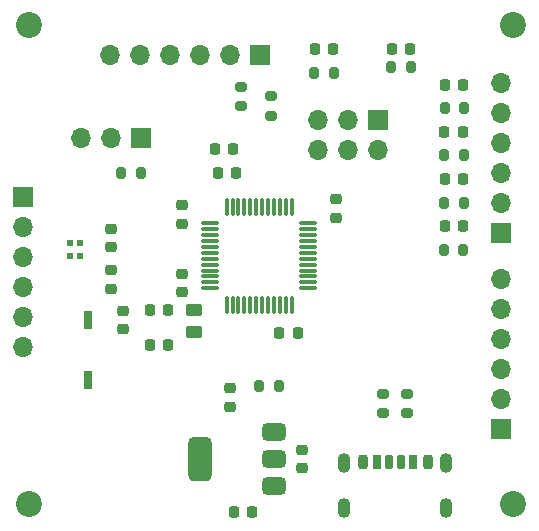
<source format=gbr>
%TF.GenerationSoftware,KiCad,Pcbnew,8.0.4*%
%TF.CreationDate,2024-11-07T17:56:33+01:00*%
%TF.ProjectId,stm32microcontroller,73746d33-326d-4696-9372-6f636f6e7472,rev?*%
%TF.SameCoordinates,Original*%
%TF.FileFunction,Soldermask,Top*%
%TF.FilePolarity,Negative*%
%FSLAX46Y46*%
G04 Gerber Fmt 4.6, Leading zero omitted, Abs format (unit mm)*
G04 Created by KiCad (PCBNEW 8.0.4) date 2024-11-07 17:56:33*
%MOMM*%
%LPD*%
G01*
G04 APERTURE LIST*
G04 Aperture macros list*
%AMRoundRect*
0 Rectangle with rounded corners*
0 $1 Rounding radius*
0 $2 $3 $4 $5 $6 $7 $8 $9 X,Y pos of 4 corners*
0 Add a 4 corners polygon primitive as box body*
4,1,4,$2,$3,$4,$5,$6,$7,$8,$9,$2,$3,0*
0 Add four circle primitives for the rounded corners*
1,1,$1+$1,$2,$3*
1,1,$1+$1,$4,$5*
1,1,$1+$1,$6,$7*
1,1,$1+$1,$8,$9*
0 Add four rect primitives between the rounded corners*
20,1,$1+$1,$2,$3,$4,$5,0*
20,1,$1+$1,$4,$5,$6,$7,0*
20,1,$1+$1,$6,$7,$8,$9,0*
20,1,$1+$1,$8,$9,$2,$3,0*%
G04 Aperture macros list end*
%ADD10R,1.700000X1.700000*%
%ADD11O,1.700000X1.700000*%
%ADD12RoundRect,0.200000X0.200000X0.275000X-0.200000X0.275000X-0.200000X-0.275000X0.200000X-0.275000X0*%
%ADD13RoundRect,0.218750X-0.218750X-0.256250X0.218750X-0.256250X0.218750X0.256250X-0.218750X0.256250X0*%
%ADD14RoundRect,0.250000X-0.450000X0.262500X-0.450000X-0.262500X0.450000X-0.262500X0.450000X0.262500X0*%
%ADD15C,2.200000*%
%ADD16RoundRect,0.225000X0.225000X0.250000X-0.225000X0.250000X-0.225000X-0.250000X0.225000X-0.250000X0*%
%ADD17RoundRect,0.225000X-0.225000X-0.250000X0.225000X-0.250000X0.225000X0.250000X-0.225000X0.250000X0*%
%ADD18RoundRect,0.175000X-0.175000X-0.425000X0.175000X-0.425000X0.175000X0.425000X-0.175000X0.425000X0*%
%ADD19RoundRect,0.190000X0.190000X0.410000X-0.190000X0.410000X-0.190000X-0.410000X0.190000X-0.410000X0*%
%ADD20RoundRect,0.200000X0.200000X0.400000X-0.200000X0.400000X-0.200000X-0.400000X0.200000X-0.400000X0*%
%ADD21RoundRect,0.175000X0.175000X0.425000X-0.175000X0.425000X-0.175000X-0.425000X0.175000X-0.425000X0*%
%ADD22RoundRect,0.190000X-0.190000X-0.410000X0.190000X-0.410000X0.190000X0.410000X-0.190000X0.410000X0*%
%ADD23RoundRect,0.200000X-0.200000X-0.400000X0.200000X-0.400000X0.200000X0.400000X-0.200000X0.400000X0*%
%ADD24O,1.100000X1.700000*%
%ADD25RoundRect,0.375000X0.625000X0.375000X-0.625000X0.375000X-0.625000X-0.375000X0.625000X-0.375000X0*%
%ADD26RoundRect,0.500000X0.500000X1.400000X-0.500000X1.400000X-0.500000X-1.400000X0.500000X-1.400000X0*%
%ADD27RoundRect,0.225000X-0.250000X0.225000X-0.250000X-0.225000X0.250000X-0.225000X0.250000X0.225000X0*%
%ADD28RoundRect,0.200000X-0.275000X0.200000X-0.275000X-0.200000X0.275000X-0.200000X0.275000X0.200000X0*%
%ADD29RoundRect,0.075000X-0.662500X-0.075000X0.662500X-0.075000X0.662500X0.075000X-0.662500X0.075000X0*%
%ADD30RoundRect,0.075000X-0.075000X-0.662500X0.075000X-0.662500X0.075000X0.662500X-0.075000X0.662500X0*%
%ADD31RoundRect,0.225000X0.250000X-0.225000X0.250000X0.225000X-0.250000X0.225000X-0.250000X-0.225000X0*%
%ADD32RoundRect,0.200000X-0.200000X-0.275000X0.200000X-0.275000X0.200000X0.275000X-0.200000X0.275000X0*%
%ADD33RoundRect,0.200000X0.275000X-0.200000X0.275000X0.200000X-0.275000X0.200000X-0.275000X-0.200000X0*%
%ADD34R,0.500000X0.600000*%
%ADD35R,0.760000X1.600000*%
%ADD36RoundRect,0.218750X-0.256250X0.218750X-0.256250X-0.218750X0.256250X-0.218750X0.256250X0.218750X0*%
G04 APERTURE END LIST*
D10*
%TO.C,DEBUG*%
X82580000Y-64500000D03*
D11*
X82580000Y-67040000D03*
X80040000Y-64500000D03*
X80040000Y-67040000D03*
X77500000Y-64500000D03*
X77500000Y-67040000D03*
%TD*%
D12*
%TO.C,R5*%
X89787500Y-75500000D03*
X88137500Y-75500000D03*
%TD*%
%TO.C,R6*%
X89825000Y-71500000D03*
X88175000Y-71500000D03*
%TD*%
D13*
%TO.C,D7*%
X88212500Y-61500000D03*
X89787500Y-61500000D03*
%TD*%
D14*
%TO.C,FB1*%
X67000000Y-80587500D03*
X67000000Y-82412500D03*
%TD*%
D15*
%TO.C,H2*%
X94000000Y-56500000D03*
%TD*%
D16*
%TO.C,C7*%
X64775000Y-80587500D03*
X63225000Y-80587500D03*
%TD*%
D17*
%TO.C,C5*%
X68725000Y-67000000D03*
X70275000Y-67000000D03*
%TD*%
D13*
%TO.C,D4*%
X83712500Y-58500000D03*
X85287500Y-58500000D03*
%TD*%
D18*
%TO.C,J1*%
X83520000Y-93500000D03*
D19*
X85540000Y-93500000D03*
D20*
X86770000Y-93500000D03*
D21*
X84520000Y-93500000D03*
D22*
X82500000Y-93500000D03*
D23*
X81270000Y-93500000D03*
D24*
X79700000Y-93580000D03*
X79700000Y-97380000D03*
X88340000Y-93580000D03*
X88340000Y-97380000D03*
%TD*%
D16*
%TO.C,C3*%
X75775000Y-82500000D03*
X74225000Y-82500000D03*
%TD*%
D13*
%TO.C,D3*%
X88175000Y-65500000D03*
X89750000Y-65500000D03*
%TD*%
D12*
%TO.C,R8*%
X89862500Y-63500000D03*
X88212500Y-63500000D03*
%TD*%
D25*
%TO.C,U2*%
X73780000Y-95520000D03*
X73780000Y-93220000D03*
D26*
X67480000Y-93220000D03*
D25*
X73780000Y-90920000D03*
%TD*%
D27*
%TO.C,C4*%
X79000000Y-71225000D03*
X79000000Y-72775000D03*
%TD*%
D28*
%TO.C,R11*%
X71000000Y-61675000D03*
X71000000Y-63325000D03*
%TD*%
D29*
%TO.C,U1*%
X68337500Y-73250000D03*
X68337500Y-73750000D03*
X68337500Y-74250000D03*
X68337500Y-74750000D03*
X68337500Y-75250000D03*
X68337500Y-75750000D03*
X68337500Y-76250000D03*
X68337500Y-76750000D03*
X68337500Y-77250000D03*
X68337500Y-77750000D03*
X68337500Y-78250000D03*
X68337500Y-78750000D03*
D30*
X69750000Y-80162500D03*
X70250000Y-80162500D03*
X70750000Y-80162500D03*
X71250000Y-80162500D03*
X71750000Y-80162500D03*
X72250000Y-80162500D03*
X72750000Y-80162500D03*
X73250000Y-80162500D03*
X73750000Y-80162500D03*
X74250000Y-80162500D03*
X74750000Y-80162500D03*
X75250000Y-80162500D03*
D29*
X76662500Y-78750000D03*
X76662500Y-78250000D03*
X76662500Y-77750000D03*
X76662500Y-77250000D03*
X76662500Y-76750000D03*
X76662500Y-76250000D03*
X76662500Y-75750000D03*
X76662500Y-75250000D03*
X76662500Y-74750000D03*
X76662500Y-74250000D03*
X76662500Y-73750000D03*
X76662500Y-73250000D03*
D30*
X75250000Y-71837500D03*
X74750000Y-71837500D03*
X74250000Y-71837500D03*
X73750000Y-71837500D03*
X73250000Y-71837500D03*
X72750000Y-71837500D03*
X72250000Y-71837500D03*
X71750000Y-71837500D03*
X71250000Y-71837500D03*
X70750000Y-71837500D03*
X70250000Y-71837500D03*
X69750000Y-71837500D03*
%TD*%
D12*
%TO.C,R7*%
X89825000Y-67500000D03*
X88175000Y-67500000D03*
%TD*%
D31*
%TO.C,C6*%
X66000000Y-79050000D03*
X66000000Y-77500000D03*
%TD*%
D32*
%TO.C,R10*%
X77175000Y-60500000D03*
X78825000Y-60500000D03*
%TD*%
D17*
%TO.C,C2*%
X69000000Y-69000000D03*
X70550000Y-69000000D03*
%TD*%
D16*
%TO.C,C8*%
X64775000Y-83587500D03*
X63225000Y-83587500D03*
%TD*%
D10*
%TO.C,J6*%
X93000000Y-74080000D03*
D11*
X93000000Y-71540000D03*
X93000000Y-69000000D03*
X93000000Y-66460000D03*
X93000000Y-63920000D03*
X93000000Y-61380000D03*
%TD*%
D28*
%TO.C,R12*%
X73500000Y-62500000D03*
X73500000Y-64150000D03*
%TD*%
D13*
%TO.C,D6*%
X77212500Y-58500000D03*
X78787500Y-58500000D03*
%TD*%
%TO.C,D5*%
X88212500Y-73500000D03*
X89787500Y-73500000D03*
%TD*%
D27*
%TO.C,C12*%
X76130000Y-92445000D03*
X76130000Y-93995000D03*
%TD*%
%TO.C,C9*%
X61000000Y-80645000D03*
X61000000Y-82195000D03*
%TD*%
D33*
%TO.C,R4*%
X83000000Y-89325000D03*
X83000000Y-87675000D03*
%TD*%
D15*
%TO.C,H4*%
X94000000Y-97000000D03*
%TD*%
D32*
%TO.C,R1*%
X60810000Y-69000000D03*
X62460000Y-69000000D03*
%TD*%
D27*
%TO.C,C10*%
X60000000Y-73725000D03*
X60000000Y-75275000D03*
%TD*%
D34*
%TO.C,Y1*%
X56500000Y-74950000D03*
X56500000Y-76050000D03*
X57300000Y-76050000D03*
X57300000Y-74950000D03*
%TD*%
D10*
%TO.C,BOOT*%
X62540000Y-66000000D03*
D11*
X60000000Y-66000000D03*
X57460000Y-66000000D03*
%TD*%
D10*
%TO.C,J4*%
X93000000Y-90700000D03*
D11*
X93000000Y-88160000D03*
X93000000Y-85620000D03*
X93000000Y-83080000D03*
X93000000Y-80540000D03*
X93000000Y-78000000D03*
%TD*%
D13*
%TO.C,D2*%
X88212500Y-69500000D03*
X89787500Y-69500000D03*
%TD*%
D35*
%TO.C,SW2*%
X58000000Y-81420000D03*
X58000000Y-86500000D03*
%TD*%
D32*
%TO.C,R9*%
X83675000Y-60000000D03*
X85325000Y-60000000D03*
%TD*%
%TO.C,R2*%
X72500000Y-87000000D03*
X74150000Y-87000000D03*
%TD*%
D17*
%TO.C,C13*%
X70355000Y-97720000D03*
X71905000Y-97720000D03*
%TD*%
D15*
%TO.C,H1*%
X53000000Y-56500000D03*
%TD*%
D10*
%TO.C,J5*%
X72580000Y-59000000D03*
D11*
X70040000Y-59000000D03*
X67500000Y-59000000D03*
X64960000Y-59000000D03*
X62420000Y-59000000D03*
X59880000Y-59000000D03*
%TD*%
D33*
%TO.C,R3*%
X85000000Y-89325000D03*
X85000000Y-87675000D03*
%TD*%
D10*
%TO.C,J3*%
X52500000Y-71000000D03*
D11*
X52500000Y-73540000D03*
X52500000Y-76080000D03*
X52500000Y-78620000D03*
X52500000Y-81160000D03*
X52500000Y-83700000D03*
%TD*%
D27*
%TO.C,C11*%
X60000000Y-77225000D03*
X60000000Y-78775000D03*
%TD*%
D36*
%TO.C,D1*%
X70000000Y-87212500D03*
X70000000Y-88787500D03*
%TD*%
D15*
%TO.C,H3*%
X53000000Y-97000000D03*
%TD*%
D31*
%TO.C,C1*%
X66000000Y-73275000D03*
X66000000Y-71725000D03*
%TD*%
M02*

</source>
